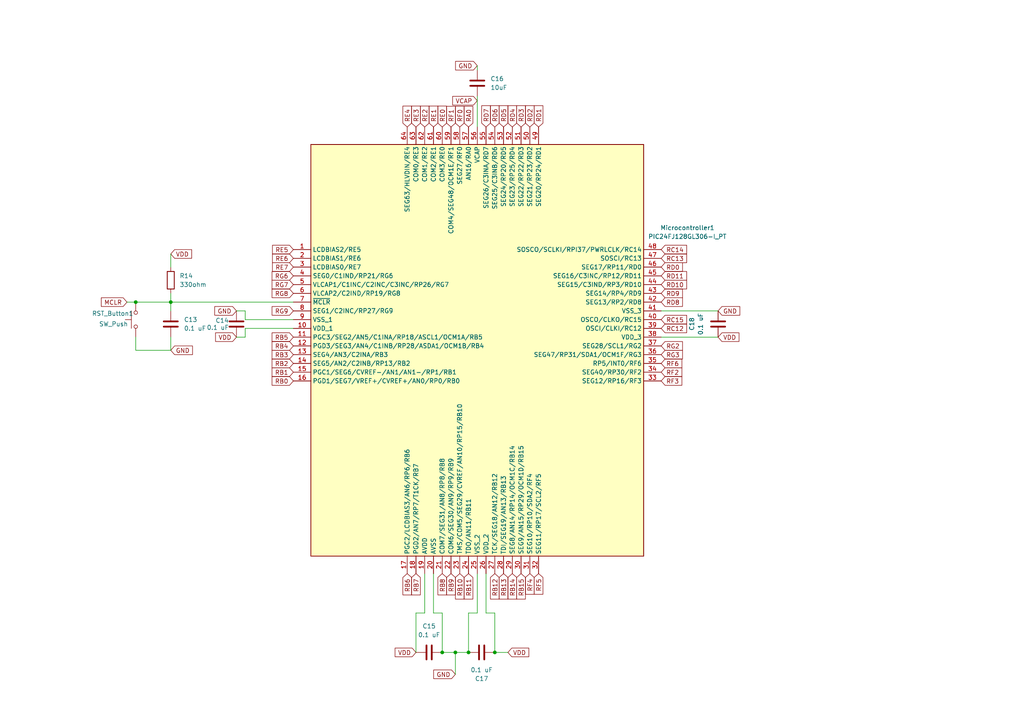
<source format=kicad_sch>
(kicad_sch (version 20231120) (generator "eeschema") (generator_version "8.0")
  (paper "A4")
  (title_block (title "Schematic for Train Detection and Warning System PCB") (date "2025-04-07") (rev "2") (company "Weber State University"))
  (lib_symbols
    (symbol "Device:C" (pin_numbers hide) (pin_names (offset 0.254))
      (property "Reference" "C" (at 0.635 2.54 0))
      (property "Value" "C" (at 0.635 -2.54 0))
      (symbol "C_0_1"
        (polyline (pts (xy -2.032 -0.762) (xy 2.032 -0.762)) (stroke (width 0.508)))
        (polyline (pts (xy -2.032 0.762) (xy 2.032 0.762)) (stroke (width 0.508)))
      )
      (symbol "C_1_1"
        (pin passive line (at 0 3.81 270) (length 2.794) (name "~") (number "1"))
        (pin passive line (at 0 -3.81 90) (length 2.794) (name "~") (number "2"))
      )
    )
    (symbol "Device:R" (pin_numbers hide) (pin_names (offset 0))
      (property "Reference" "R" (at 2.032 0 90))
      (property "Value" "R" (at 0 0 90))
      (symbol "R_0_1"
        (rectangle (start -1.016 -2.54) (end 1.016 2.54) (stroke (width 0.254)))
      )
      (symbol "R_1_1"
        (pin passive line (at 0 3.81 270) (length 1.27) (name "~") (number "1"))
        (pin passive line (at 0 -3.81 90) (length 1.27) (name "~") (number "2"))
      )
    )
    (symbol "PIC24FJ128GL306-I_PT1.1:PIC24FJ128GL306-I_PT"
      (property "Reference" "IC" (at 102.87 35.56 0))
      (property "Value" "PIC24FJ128GL306-I_PT" (at 102.87 33.02 0))
      (symbol "PIC24FJ128GL306-I_PT_1_1"
        (rectangle (start 5.08 30.48) (end 101.6 -88.9) (stroke (width 0.254)) (fill (type background)))
        (pin passive line (at 0 0 0) (length 5.08) (name "LCDBIAS2/RE5") (number "1"))
        (pin passive line (at 0 -22.86 0) (length 5.08) (name "VDD_1") (number "10"))
        (pin passive line (at 0 -25.4 0) (length 5.08) (name "PGC3/SEG2/AN5/C1INA/RP18/ASCL1/OCM1A/RB5") (number "11"))
        (pin passive line (at 0 -27.94 0) (length 5.08) (name "PGD3/SEG3/AN4/C1INB/RP28/ASDA1/OCM1B/RB4") (number "12"))
        (pin passive line (at 0 -30.48 0) (length 5.08) (name "SEG4/AN3/C2INA/RB3") (number "13"))
        (pin passive line (at 0 -33.02 0) (length 5.08) (name "SEG5/AN2/C2INB/RP13/RB2") (number "14"))
        (pin passive line (at 0 -35.56 0) (length 5.08) (name "PGC1/SEG6/CVREF-/AN1/AN1-/RP1/RB1") (number "15"))
        (pin passive line (at 0 -38.1 0) (length 5.08) (name "PGD1/SEG7/VREF+/CVREF+/AN0/RP0/RB0") (number "16"))
        (pin passive line (at 33.02 -93.98 90) (length 5.08) (name "PGC2/LCDBIAS3/AN6/RP6/RB6") (number "17"))
        (pin passive line (at 35.56 -93.98 90) (length 5.08) (name "PGD2/AN7/RP7/T1CK/RB7") (number "18"))
        (pin passive line (at 38.1 -93.98 90) (length 5.08) (name "AVDD") (number "19"))
        (pin passive line (at 0 -2.54 0) (length 5.08) (name "LCDBIAS1/RE6") (number "2"))
        (pin passive line (at 40.64 -93.98 90) (length 5.08) (name "AVSS") (number "20"))
        (pin passive line (at 43.18 -93.98 90) (length 5.08) (name "COM7/SEG31/AN8/RP8/RB8") (number "21"))
        (pin passive line (at 45.72 -93.98 90) (length 5.08) (name "COM6/SEG30/AN9/RP9/RB9") (number "22"))
        (pin passive line (at 48.26 -93.98 90) (length 5.08) (name "TMS/COM5/SEG29/CVREF/AN10/RP15/RB10") (number "23"))
        (pin passive line (at 50.8 -93.98 90) (length 5.08) (name "TDO/AN11/RB11") (number "24"))
        (pin passive line (at 53.34 -93.98 90) (length 5.08) (name "VSS_2") (number "25"))
        (pin passive line (at 55.88 -93.98 90) (length 5.08) (name "VDD_2") (number "26"))
        (pin passive line (at 58.42 -93.98 90) (length 5.08) (name "TCK/SEG18/AN12/RB12") (number "27"))
        (pin passive line (at 60.96 -93.98 90) (length 5.08) (name "TDI/SEG19/AN13/RB13") (number "28"))
        (pin passive line (at 63.5 -93.98 90) (length 5.08) (name "SEG8/AN14/RP14/OCM1C/RB14") (number "29"))
        (pin passive line (at 0 -5.08 0) (length 5.08) (name "LCDBIAS0/RE7") (number "3"))
        (pin passive line (at 66.04 -93.98 90) (length 5.08) (name "SEG9/AN15/RP29/OCM1D/RB15") (number "30"))
        (pin passive line (at 68.58 -93.98 90) (length 5.08) (name "SEG10/RP10/SDA2/RF4") (number "31"))
        (pin passive line (at 71.12 -93.98 90) (length 5.08) (name "SEG11/RP17/SCL2/RF5") (number "32"))
        (pin passive line (at 106.68 -38.1 180) (length 5.08) (name "SEG12/RP16/RF3") (number "33"))
        (pin passive line (at 106.68 -35.56 180) (length 5.08) (name "SEG40/RP30/RF2") (number "34"))
        (pin passive line (at 106.68 -33.02 180) (length 5.08) (name "RP5/INT0/RF6") (number "35"))
        (pin passive line (at 106.68 -30.48 180) (length 5.08) (name "SEG47/RP31/SDA1/OCM1F/RG3") (number "36"))
        (pin passive line (at 106.68 -27.94 180) (length 5.08) (name "SEG28/SCL1/RG2") (number "37"))
        (pin passive line (at 106.68 -25.4 180) (length 5.08) (name "VDD_3") (number "38"))
        (pin passive line (at 106.68 -22.86 180) (length 5.08) (name "OSCI/CLKI/RC12") (number "39"))
        (pin passive line (at 0 -7.62 0) (length 5.08) (name "SEG0/C1IND/RP21/RG6") (number "4"))
        (pin passive line (at 106.68 -20.32 180) (length 5.08) (name "OSCO/CLKO/RC15") (number "40"))
        (pin passive line (at 106.68 -17.78 180) (length 5.08) (name "VSS_3") (number "41"))
        (pin passive line (at 106.68 -15.24 180) (length 5.08) (name "SEG13/RP2/RD8") (number "42"))
        (pin passive line (at 106.68 -12.7 180) (length 5.08) (name "SEG14/RP4/RD9") (number "43"))
        (pin passive line (at 106.68 -10.16 180) (length 5.08) (name "SEG15/C3IND/RP3/RD10") (number "44"))
        (pin passive line (at 106.68 -7.62 180) (length 5.08) (name "SEG16/C3INC/RP12/RD11") (number "45"))
        (pin passive line (at 106.68 -5.08 180) (length 5.08) (name "SEG17/RP11/RD0") (number "46"))
        (pin passive line (at 106.68 -2.54 180) (length 5.08) (name "SOSCI/RC13") (number "47"))
        (pin passive line (at 106.68 0 180) (length 5.08) (name "SOSCO/SCLKI/RPI37/PWRLCLK/RC14") (number "48"))
        (pin passive line (at 71.12 35.56 270) (length 5.08) (name "SEG20/RP24/RD1") (number "49"))
        (pin passive line (at 0 -10.16 0) (length 5.08) (name "VLCAP1/C1INC/C2INC/C3INC/RP26/RG7") (number "5"))
        (pin passive line (at 68.58 35.56 270) (length 5.08) (name "SEG21/RP23/RD2") (number "50"))
        (pin passive line (at 66.04 35.56 270) (length 5.08) (name "SEG22/RP22/RD3") (number "51"))
        (pin passive line (at 63.5 35.56 270) (length 5.08) (name "SEG23/RP25/RD4") (number "52"))
        (pin passive line (at 60.96 35.56 270) (length 5.08) (name "SEG24/RP20/RD5") (number "53"))
        (pin passive line (at 58.42 35.56 270) (length 5.08) (name "SEG25/C3INB/RD6") (number "54"))
        (pin passive line (at 55.88 35.56 270) (length 5.08) (name "SEG26/C3INA/RD7") (number "55"))
        (pin passive line (at 53.34 35.56 270) (length 5.08) (name "VCAP") (number "56"))
        (pin passive line (at 50.8 35.56 270) (length 5.08) (name "AN16/RA0") (number "57"))
        (pin passive line (at 48.26 35.56 270) (length 5.08) (name "SEG27/RF0") (number "58"))
        (pin passive line (at 45.72 35.56 270) (length 5.08) (name "COM4/SEG48/OCM1E/RF1") (number "59"))
        (pin passive line (at 0 -12.7 0) (length 5.08) (name "VLCAP2/C2IND/RP19/RG8") (number "6"))
        (pin passive line (at 43.18 35.56 270) (length 5.08) (name "COM3/RE0") (number "60"))
        (pin passive line (at 40.64 35.56 270) (length 5.08) (name "COM2/RE1") (number "61"))
        (pin passive line (at 38.1 35.56 270) (length 5.08) (name "COM1/RE2") (number "62"))
        (pin passive line (at 35.56 35.56 270) (length 5.08) (name "COM0/RE3") (number "63"))
        (pin passive line (at 33.02 35.56 270) (length 5.08) (name "SEG63/HLVDIN/RE4") (number "64"))
        (pin passive line (at 0 -15.24 0) (length 5.08) (name "~{MCLR}") (number "7"))
        (pin passive line (at 0 -17.78 0) (length 5.08) (name "SEG1/C2INC/RP27/RG9") (number "8"))
        (pin passive line (at 0 -20.32 0) (length 5.08) (name "VSS_1") (number "9"))
      )
    )
    (symbol "Switch:SW_Push" (pin_numbers hide) (pin_names (offset 1.016) hide)
      (property "Reference" "SW" (at 1.27 2.54 0))
      (property "Value" "SW_Push" (at 0 -1.524 0))
      (symbol "SW_Push_0_1"
        (circle (center -2.032 0) (radius 0.508))
        (polyline (pts (xy 0 1.27) (xy 0 3.048)))
        (polyline (pts (xy 2.54 1.27) (xy -2.54 1.27)))
        (circle (center 2.032 0) (radius 0.508))
        (pin passive line (at -5.08 0 0) (length 2.54) (name "1") (number "1"))
        (pin passive line (at 5.08 0 180) (length 2.54) (name "2") (number "2"))
      )
    )
  )
  (junction (at 128.27 189.23))
  (junction (at 132.08 189.23))
  (junction (at 39.37 87.63))
  (junction (at 135.89 189.23))
  (junction (at 143.51 189.23))
  (junction (at 49.53 87.63))
  (wire (pts (xy 39.37 97.79) (xy 39.37 101.6)))
  (wire (pts (xy 123.19 166.37) (xy 123.19 177.8)))
  (wire (pts (xy 208.28 97.79) (xy 191.77 97.79)))
  (wire (pts (xy 71.12 92.71) (xy 71.12 90.17)))
  (wire (pts (xy 71.12 92.71) (xy 85.09 92.71)))
  (wire (pts (xy 135.89 177.8) (xy 135.89 189.23)))
  (wire (pts (xy 128.27 189.23) (xy 132.08 189.23)))
  (wire (pts (xy 120.65 177.8) (xy 120.65 189.23)))
  (wire (pts (xy 49.53 87.63) (xy 85.09 87.63)))
  (wire (pts (xy 123.19 177.8) (xy 120.65 177.8)))
  (wire (pts (xy 49.53 97.79) (xy 49.53 101.6)))
  (wire (pts (xy 138.43 177.8) (xy 135.89 177.8)))
  (wire (pts (xy 125.73 177.8) (xy 128.27 177.8)))
  (wire (pts (xy 36.83 87.63) (xy 39.37 87.63)))
  (wire (pts (xy 138.43 27.94) (xy 138.43 36.83)))
  (wire (pts (xy 71.12 90.17) (xy 68.58 90.17)))
  (wire (pts (xy 132.08 195.58) (xy 132.08 189.23)))
  (wire (pts (xy 71.12 95.25) (xy 85.09 95.25)))
  (wire (pts (xy 138.43 166.37) (xy 138.43 177.8)))
  (wire (pts (xy 143.51 189.23) (xy 147.32 189.23)))
  (wire (pts (xy 143.51 177.8) (xy 143.51 189.23)))
  (wire (pts (xy 39.37 87.63) (xy 49.53 87.63)))
  (wire (pts (xy 132.08 189.23) (xy 135.89 189.23)))
  (wire (pts (xy 49.53 73.66) (xy 49.53 77.47)))
  (wire (pts (xy 208.28 90.17) (xy 191.77 90.17)))
  (wire (pts (xy 39.37 101.6) (xy 49.53 101.6)))
  (wire (pts (xy 71.12 95.25) (xy 71.12 97.79)))
  (wire (pts (xy 125.73 166.37) (xy 125.73 177.8)))
  (wire (pts (xy 140.97 166.37) (xy 140.97 177.8)))
  (wire (pts (xy 49.53 85.09) (xy 49.53 87.63)))
  (wire (pts (xy 128.27 177.8) (xy 128.27 189.23)))
  (wire (pts (xy 138.43 20.32) (xy 138.43 19.05)))
  (wire (pts (xy 71.12 97.79) (xy 68.58 97.79)))
  (wire (pts (xy 49.53 87.63) (xy 49.53 90.17)))
  (wire (pts (xy 143.51 177.8) (xy 140.97 177.8)))
  (global_label "GND" (shape input) (at 68.58 90.17 180) (property "Intersheetrefs" "${INTERSHEET_REFS}" (effects (hide yes))))
  (global_label "RF0" (shape input) (at 133.35 36.83 90) (property "Intersheetrefs" "${INTERSHEET_REFS}" (effects (hide yes))))
  (global_label "GND" (shape input) (at 138.43 19.05 180) (property "Intersheetrefs" "${INTERSHEET_REFS}" (effects (hide yes))))
  (global_label "RB10" (shape input) (at 133.35 166.37 270) (property "Intersheetrefs" "${INTERSHEET_REFS}" (effects (hide yes))))
  (global_label "RD6" (shape input) (at 143.51 36.83 90) (property "Intersheetrefs" "${INTERSHEET_REFS}" (effects (hide yes))))
  (global_label "RD0" (shape input) (at 191.77 77.47 0) (property "Intersheetrefs" "${INTERSHEET_REFS}" (effects (hide yes))))
  (global_label "RB14" (shape input) (at 148.59 166.37 270) (property "Intersheetrefs" "${INTERSHEET_REFS}" (effects (hide yes))))
  (global_label "RD4" (shape input) (at 148.59 36.83 90) (property "Intersheetrefs" "${INTERSHEET_REFS}" (effects (hide yes))))
  (global_label "RB8" (shape input) (at 128.27 166.37 270) (property "Intersheetrefs" "${INTERSHEET_REFS}" (effects (hide yes))))
  (global_label "GND" (shape input) (at 208.28 90.17 0) (property "Intersheetrefs" "${INTERSHEET_REFS}" (effects (hide yes))))
  (global_label "RD5" (shape input) (at 146.05 36.83 90) (property "Intersheetrefs" "${INTERSHEET_REFS}" (effects (hide yes))))
  (global_label "RG7" (shape input) (at 85.09 82.55 180) (property "Intersheetrefs" "${INTERSHEET_REFS}" (effects (hide yes))))
  (global_label "RD9" (shape input) (at 191.77 85.09 0) (property "Intersheetrefs" "${INTERSHEET_REFS}" (effects (hide yes))))
  (global_label "RF3" (shape input) (at 191.77 110.49 0) (property "Intersheetrefs" "${INTERSHEET_REFS}" (effects (hide yes))))
  (global_label "RB6" (shape input) (at 118.11 166.37 270) (property "Intersheetrefs" "${INTERSHEET_REFS}" (effects (hide yes))))
  (global_label "RE6" (shape input) (at 85.09 74.93 180) (property "Intersheetrefs" "${INTERSHEET_REFS}" (effects (hide yes))))
  (global_label "VDD" (shape input) (at 68.58 97.79 180) (property "Intersheetrefs" "${INTERSHEET_REFS}" (effects (hide yes))))
  (global_label "RD1" (shape input) (at 156.21 36.83 90) (property "Intersheetrefs" "${INTERSHEET_REFS}" (effects (hide yes))))
  (global_label "RB5" (shape input) (at 85.09 97.79 180) (property "Intersheetrefs" "${INTERSHEET_REFS}" (effects (hide yes))))
  (global_label "RD11" (shape input) (at 191.77 80.01 0) (property "Intersheetrefs" "${INTERSHEET_REFS}" (effects (hide yes))))
  (global_label "RG9" (shape input) (at 85.09 90.17 180) (property "Intersheetrefs" "${INTERSHEET_REFS}" (effects (hide yes))))
  (global_label "RB12" (shape input) (at 143.51 166.37 270) (property "Intersheetrefs" "${INTERSHEET_REFS}" (effects (hide yes))))
  (global_label "RE1" (shape input) (at 125.73 36.83 90) (property "Intersheetrefs" "${INTERSHEET_REFS}" (effects (hide yes))))
  (global_label "RE4" (shape input) (at 118.11 36.83 90) (property "Intersheetrefs" "${INTERSHEET_REFS}" (effects (hide yes))))
  (global_label "RF4" (shape input) (at 153.67 166.37 270) (property "Intersheetrefs" "${INTERSHEET_REFS}" (effects (hide yes))))
  (global_label "MCLR" (shape input) (at 36.83 87.63 180) (property "Intersheetrefs" "${INTERSHEET_REFS}" (effects (hide yes))))
  (global_label "RF5" (shape input) (at 156.21 166.37 270) (property "Intersheetrefs" "${INTERSHEET_REFS}" (effects (hide yes))))
  (global_label "RG3" (shape input) (at 191.77 102.87 0) (property "Intersheetrefs" "${INTERSHEET_REFS}" (effects (hide yes))))
  (global_label "RD10" (shape input) (at 191.77 82.55 0) (property "Intersheetrefs" "${INTERSHEET_REFS}" (effects (hide yes))))
  (global_label "RB4" (shape input) (at 85.09 100.33 180) (property "Intersheetrefs" "${INTERSHEET_REFS}" (effects (hide yes))))
  (global_label "RC15" (shape input) (at 191.77 92.71 0) (property "Intersheetrefs" "${INTERSHEET_REFS}" (effects (hide yes))))
  (global_label "VDD" (shape input) (at 120.65 189.23 180) (property "Intersheetrefs" "${INTERSHEET_REFS}" (effects (hide yes))))
  (global_label "RG6" (shape input) (at 85.09 80.01 180) (property "Intersheetrefs" "${INTERSHEET_REFS}" (effects (hide yes))))
  (global_label "VDD" (shape input) (at 147.32 189.23 0) (property "Intersheetrefs" "${INTERSHEET_REFS}" (effects (hide yes))))
  (global_label "RB2" (shape input) (at 85.09 105.41 180) (property "Intersheetrefs" "${INTERSHEET_REFS}" (effects (hide yes))))
  (global_label "RF2" (shape input) (at 191.77 107.95 0) (property "Intersheetrefs" "${INTERSHEET_REFS}" (effects (hide yes))))
  (global_label "RB3" (shape input) (at 85.09 102.87 180) (property "Intersheetrefs" "${INTERSHEET_REFS}" (effects (hide yes))))
  (global_label "RA0" (shape input) (at 135.89 36.83 90) (property "Intersheetrefs" "${INTERSHEET_REFS}" (effects (hide yes))))
  (global_label "RD8" (shape input) (at 191.77 87.63 0) (property "Intersheetrefs" "${INTERSHEET_REFS}" (effects (hide yes))))
  (global_label "VDD" (shape input) (at 208.28 97.79 0) (property "Intersheetrefs" "${INTERSHEET_REFS}" (effects (hide yes))))
  (global_label "RB13" (shape input) (at 146.05 166.37 270) (property "Intersheetrefs" "${INTERSHEET_REFS}" (effects (hide yes))))
  (global_label "RC13" (shape input) (at 191.77 74.93 0) (property "Intersheetrefs" "${INTERSHEET_REFS}" (effects (hide yes))))
  (global_label "RG2" (shape input) (at 191.77 100.33 0) (property "Intersheetrefs" "${INTERSHEET_REFS}" (effects (hide yes))))
  (global_label "RE5" (shape input) (at 85.09 72.39 180) (property "Intersheetrefs" "${INTERSHEET_REFS}" (effects (hide yes))))
  (global_label "RB7" (shape input) (at 120.65 166.37 270) (property "Intersheetrefs" "${INTERSHEET_REFS}" (effects (hide yes))))
  (global_label "RC12" (shape input) (at 191.77 95.25 0) (property "Intersheetrefs" "${INTERSHEET_REFS}" (effects (hide yes))))
  (global_label "RB1" (shape input) (at 85.09 107.95 180) (property "Intersheetrefs" "${INTERSHEET_REFS}" (effects (hide yes))))
  (global_label "RF1" (shape input) (at 130.81 36.83 90) (property "Intersheetrefs" "${INTERSHEET_REFS}" (effects (hide yes))))
  (global_label "RC14" (shape input) (at 191.77 72.39 0) (property "Intersheetrefs" "${INTERSHEET_REFS}" (effects (hide yes))))
  (global_label "GND" (shape input) (at 49.53 101.6 0) (property "Intersheetrefs" "${INTERSHEET_REFS}" (effects (hide yes))))
  (global_label "RE3" (shape input) (at 120.65 36.83 90) (property "Intersheetrefs" "${INTERSHEET_REFS}" (effects (hide yes))))
  (global_label "RB9" (shape input) (at 130.81 166.37 270) (property "Intersheetrefs" "${INTERSHEET_REFS}" (effects (hide yes))))
  (global_label "RE7" (shape input) (at 85.09 77.47 180) (property "Intersheetrefs" "${INTERSHEET_REFS}" (effects (hide yes))))
  (global_label "RD3" (shape input) (at 151.13 36.83 90) (property "Intersheetrefs" "${INTERSHEET_REFS}" (effects (hide yes))))
  (global_label "RB11" (shape input) (at 135.89 166.37 270) (property "Intersheetrefs" "${INTERSHEET_REFS}" (effects (hide yes))))
  (global_label "RE0" (shape input) (at 128.27 36.83 90) (property "Intersheetrefs" "${INTERSHEET_REFS}" (effects (hide yes))))
  (global_label "GND" (shape input) (at 132.08 195.58 180) (property "Intersheetrefs" "${INTERSHEET_REFS}" (effects (hide yes))))
  (global_label "VCAP" (shape input) (at 138.43 29.21 180) (property "Intersheetrefs" "${INTERSHEET_REFS}" (effects (hide yes))))
  (global_label "RG8" (shape input) (at 85.09 85.09 180) (property "Intersheetrefs" "${INTERSHEET_REFS}" (effects (hide yes))))
  (global_label "RB0" (shape input) (at 85.09 110.49 180) (property "Intersheetrefs" "${INTERSHEET_REFS}" (effects (hide yes))))
  (global_label "RB15" (shape input) (at 151.13 166.37 270) (property "Intersheetrefs" "${INTERSHEET_REFS}" (effects (hide yes))))
  (global_label "RD7" (shape input) (at 140.97 36.83 90) (property "Intersheetrefs" "${INTERSHEET_REFS}" (effects (hide yes))))
  (global_label "RF6" (shape input) (at 191.77 105.41 0) (property "Intersheetrefs" "${INTERSHEET_REFS}" (effects (hide yes))))
  (global_label "RD2" (shape input) (at 153.67 36.83 90) (property "Intersheetrefs" "${INTERSHEET_REFS}" (effects (hide yes))))
  (global_label "RE2" (shape input) (at 123.19 36.83 90) (property "Intersheetrefs" "${INTERSHEET_REFS}" (effects (hide yes))))
  (global_label "VDD" (shape input) (at 49.53 73.66 0) (property "Intersheetrefs" "${INTERSHEET_REFS}" (effects (hide yes))))
  (symbol (lib_id "Device:C") (at 49.53 93.98 0) (unit 1)
    (property "Reference" "C13" (at 53.34 92.7099 0) (effects (justify left)))
    (property "Value" "0.1 uF" (at 53.34 95.2499 0) (effects (justify left)))
    (property "Footprint" "Capacitor_SMD:C_0603_1608Metric" (effects (hide yes)))
    (property "Description" "Unpolarized capacitor" (effects (hide yes)))
  )
  (symbol (lib_id "Device:R") (at 49.53 81.28 0) (unit 1)
    (property "Reference" "R14" (at 52.07 80.0099 0) (effects (justify left)))
    (property "Value" "330ohm" (at 52.07 82.5499 0) (effects (justify left)))
    (property "Footprint" "Resistor_SMD:R_0603_1608Metric" (effects (hide yes)))
    (property "Description" "Resistor" (effects (hide yes)))
  )
  (symbol (lib_id "Device:C") (at 208.28 93.98 0) (unit 1)
    (property "Reference" "C18" (at 200.66 93.98 90))
    (property "Value" "0.1 uF" (at 203.2 93.98 90))
    (property "Footprint" "Capacitor_SMD:C_0603_1608Metric" (effects (hide yes)))
    (property "Description" "Unpolarized capacitor" (effects (hide yes)))
  )
  (symbol (lib_id "Device:C") (at 139.7 189.23 90) (unit 1)
    (property "Reference" "C17" (at 139.7 196.85 90))
    (property "Value" "0.1 uF" (at 139.7 194.31 90))
    (property "Footprint" "Capacitor_SMD:C_0603_1608Metric" (effects (hide yes)))
    (property "Description" "Unpolarized capacitor" (effects (hide yes)))
  )
  (symbol (lib_id "PIC24FJ128GL306-I_PT1.1:PIC24FJ128GL306-I_PT") (at 85.09 72.39 0) (unit 1)
    (property "Reference" "Microcontroller1" (at 199.39 66.0714 0))
    (property "Value" "PIC24FJ128GL306-I_PT" (at 199.39 68.6114 0))
    (property "Footprint" "pic24_footprint:QFP50P1200X1200X120-64N" (effects (hide yes)))
    (property "Datasheet" "http://ww1.microchip.com/downloads/en/DeviceDoc/PIC24FJ128GL306-Family-Data-Sheet-DS30010198B.pdf" (effects (hide yes)))
    (property "Description" "16-bit Microcontrollers - MCU 16-bit, 16 MIPS, 128KB ECC Flash, 8KB RAM, LCD, XLP, 64-pin" (effects (hide yes)))
    (property "Height" "1.2" (effects (hide yes)))
    (property "Mouser Part Number" "579-C24FJ128GL306IPT" (effects (hide yes)))
    (property "Mouser Price/Stock" "https://www.mouser.co.uk/ProductDetail/Microchip-Technology/PIC24FJ128GL306-I-PT?qs=GBLSl2AkirtHmG5CiG9GPw%3D%3D" (effects (hide yes)))
    (property "Manufacturer_Name" "Microchip" (effects (hide yes)))
    (property "Manufacturer_Part_Number" "PIC24FJ128GL306-I/PT" (effects (hide yes)))
  )
  (symbol (lib_id "Device:C") (at 124.46 189.23 270) (unit 1)
    (property "Reference" "C15" (at 124.46 181.61 90))
    (property "Value" "0.1 uF" (at 124.46 184.15 90))
    (property "Footprint" "Capacitor_SMD:C_0603_1608Metric" (effects (hide yes)))
    (property "Description" "Unpolarized capacitor" (effects (hide yes)))
  )
  (symbol (lib_id "Device:C") (at 68.58 93.98 0) (unit 1)
    (property "Reference" "C14" (at 62.484 92.964 0) (effects (justify left)))
    (property "Value" "0.1 uF" (at 59.944 94.996 0) (effects (justify left)))
    (property "Footprint" "Capacitor_SMD:C_0603_1608Metric" (effects (hide yes)))
    (property "Description" "Unpolarized capacitor" (effects (hide yes)))
  )
  (symbol (lib_id "Switch:SW_Push") (at 39.37 92.71 90) (unit 1)
    (property "Reference" "RST_Button1" (at 26.67 90.932 90) (effects (justify right)))
    (property "Value" "SW_Push" (at 28.702 93.98 90) (effects (justify right)))
    (property "Description" "Push button switch, generic, two pins" (effects (hide yes)))
  )
  (symbol (lib_id "Device:C") (at 138.43 24.13 0) (unit 1)
    (property "Reference" "C16" (at 142.24 22.8599 0) (effects (justify left)))
    (property "Value" "10uF" (at 142.24 25.3999 0) (effects (justify left)))
    (property "Footprint" "Capacitor_SMD:C_0603_1608Metric" (effects (hide yes)))
    (property "Description" "Unpolarized capacitor" (effects (hide yes)))
  )
)
</source>
